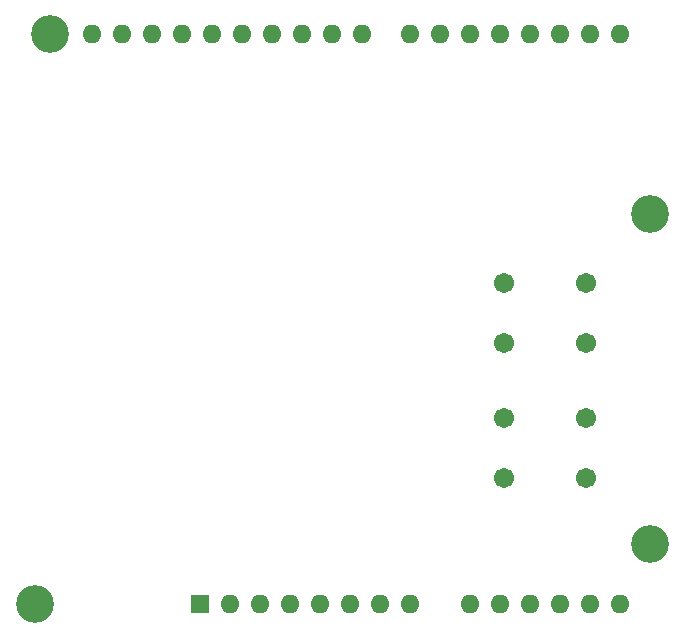
<source format=gbr>
G04 #@! TF.GenerationSoftware,KiCad,Pcbnew,6.0.2+dfsg-1*
G04 #@! TF.CreationDate,2024-02-20T11:24:07-07:00*
G04 #@! TF.ProjectId,battery_load_tester,62617474-6572-4795-9f6c-6f61645f7465,rev?*
G04 #@! TF.SameCoordinates,Original*
G04 #@! TF.FileFunction,Soldermask,Bot*
G04 #@! TF.FilePolarity,Negative*
%FSLAX46Y46*%
G04 Gerber Fmt 4.6, Leading zero omitted, Abs format (unit mm)*
G04 Created by KiCad (PCBNEW 6.0.2+dfsg-1) date 2024-02-20 11:24:07*
%MOMM*%
%LPD*%
G01*
G04 APERTURE LIST*
%ADD10C,1.707896*%
%ADD11C,3.200000*%
%ADD12R,1.600000X1.600000*%
%ADD13O,1.600000X1.600000*%
G04 APERTURE END LIST*
D10*
X165134900Y-95986601D03*
X172134901Y-95986601D03*
X165134900Y-90906601D03*
X172134901Y-90906601D03*
X165134900Y-84556601D03*
X172134901Y-84556601D03*
X165134900Y-79476601D03*
X172134901Y-79476601D03*
D11*
X126746000Y-58420000D03*
X177546000Y-73660000D03*
X177546000Y-101600000D03*
X125476000Y-106680000D03*
D12*
X139446000Y-106680000D03*
D13*
X141986000Y-106680000D03*
X144526000Y-106680000D03*
X147066000Y-106680000D03*
X149606000Y-106680000D03*
X152146000Y-106680000D03*
X154686000Y-106680000D03*
X157226000Y-106680000D03*
X162306000Y-106680000D03*
X164846000Y-106680000D03*
X167386000Y-106680000D03*
X169926000Y-106680000D03*
X172466000Y-106680000D03*
X175006000Y-106680000D03*
X175006000Y-58420000D03*
X172466000Y-58420000D03*
X169926000Y-58420000D03*
X167386000Y-58420000D03*
X164846000Y-58420000D03*
X162306000Y-58420000D03*
X159766000Y-58420000D03*
X157226000Y-58420000D03*
X153166000Y-58420000D03*
X150626000Y-58420000D03*
X148086000Y-58420000D03*
X145546000Y-58420000D03*
X143006000Y-58420000D03*
X140466000Y-58420000D03*
X137926000Y-58420000D03*
X135386000Y-58420000D03*
X132846000Y-58420000D03*
X130306000Y-58420000D03*
M02*

</source>
